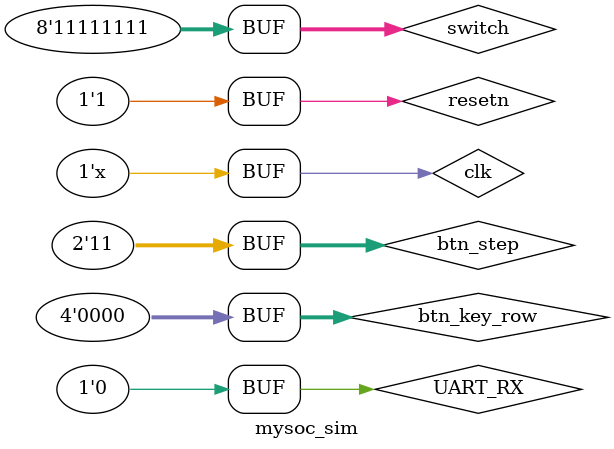
<source format=v>
`timescale 1ns / 1ps


module mysoc_sim(

    );
reg resetn;
reg clk;

//goio
wire [15:0] led;
wire [1 :0] led_rg0;
wire [1 :0] led_rg1;
wire [7 :0] num_csn;
wire [6 :0] num_a_g;
wire [7 :0] switch;
wire [3 :0] btn_key_col;
wire [3 :0] btn_key_row;
wire [1 :0] btn_step;
wire UART_RX = 1'b0;
wire UART_TX;
assign switch      = 8'hff;
assign btn_key_row = 4'd0;
assign btn_step    = 2'd3;

initial
begin
    clk = 1'b0;
    resetn = 1'b0;
    #2000;
    resetn = 1'b1;
end
always #5 clk=~clk;
mysoc_top mysoc_top (
    .clk        (clk        ),
    .resetn     (resetn     ),
    .led        (led        ),
    .led_rg0    (led_rg0    ),
    .led_rg1    (led_rg1    ),
    .num_csn    (num_csn    ),
    .num_a_g    (num_a_g    ),
    .num_data   (num_data   ),
    .switch     (switch     ),
    .btn_key_col(btn_key_col),
    .btn_key_row(btn_key_row),
    .btn_step   (btn_step   ),
    .UART_RX    (UART_RX    ),
    .UART_TX    (UART_TX    )
);
endmodule

</source>
